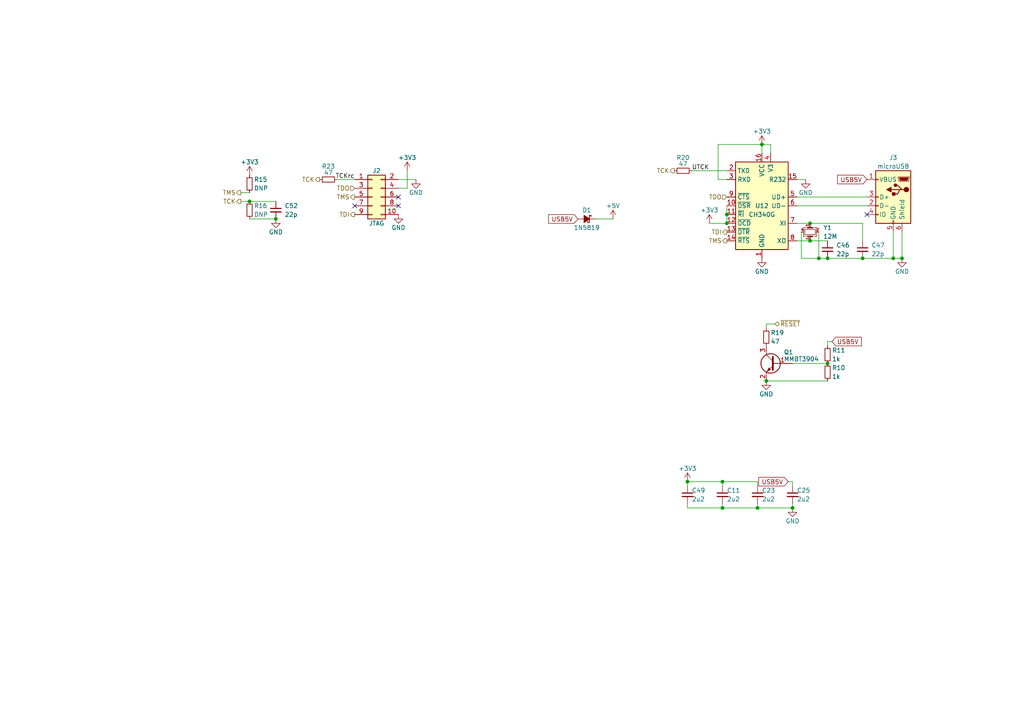
<source format=kicad_sch>
(kicad_sch (version 20231120) (generator "eeschema") (generator_version "8.0")
  (paper "A4")
  (title_block (title "WarpSE (GW4410A)") (date "2024-04-23") (rev "1.0") (company "Garrett's Workshop"))
  (lib_symbols
    (symbol "Connector:USB_B_Micro" (pin_names (offset 1.016))
      (property "Reference" "J" (at -5.08 11.43 0))
      (property "Value" "USB_B_Micro" (at -5.08 8.89 0))
      (symbol "USB_B_Micro_0_1"
        (rectangle (start -5.08 -7.62) (end 5.08 7.62) (stroke (width 0.254)) (fill (type background)))
        (circle (center -3.81 2.159) (radius 0.635) (stroke (width 0.254)) (fill (type outline)))
        (circle (center -0.635 3.429) (radius 0.381) (stroke (width 0.254)) (fill (type outline)))
        (rectangle (start -0.127 -7.62) (end 0.127 -6.858))
        (polyline (pts (xy -1.905 2.159) (xy 0.635 2.159)) (stroke (width 0.254)))
        (polyline (pts (xy -3.175 2.159) (xy -2.54 2.159) (xy -1.27 3.429) (xy -0.635 3.429)) (stroke (width 0.254)))
        (polyline (pts (xy -2.54 2.159) (xy -1.905 2.159) (xy -1.27 0.889) (xy 0 0.889)) (stroke (width 0.254)))
        (polyline (pts (xy 0.635 2.794) (xy 0.635 1.524) (xy 1.905 2.159) (xy 0.635 2.794)) (stroke (width 0.254)) (fill (type outline)))
        (polyline (pts (xy -4.318 5.588) (xy -1.778 5.588) (xy -2.032 4.826) (xy -4.064 4.826) (xy -4.318 5.588)) (fill (type outline)))
        (polyline (pts (xy -4.699 5.842) (xy -4.699 5.588) (xy -4.445 4.826) (xy -4.445 4.572) (xy -1.651 4.572) (xy -1.651 4.826) (xy -1.397 5.588) (xy -1.397 5.842) (xy -4.699 5.842)))
        (rectangle (start 0.254 1.27) (end -0.508 0.508) (stroke (width 0.254)) (fill (type outline)))
        (rectangle (start 5.08 -5.207) (end 4.318 -4.953))
        (rectangle (start 5.08 -2.667) (end 4.318 -2.413))
        (rectangle (start 5.08 -0.127) (end 4.318 0.127))
        (rectangle (start 5.08 4.953) (end 4.318 5.207))
      )
      (symbol "USB_B_Micro_1_1"
        (pin power_out line (at 7.62 5.08 180) (length 2.54) (name "VBUS") (number "1"))
        (pin bidirectional line (at 7.62 -2.54 180) (length 2.54) (name "D-") (number "2"))
        (pin bidirectional line (at 7.62 0 180) (length 2.54) (name "D+") (number "3"))
        (pin passive line (at 7.62 -5.08 180) (length 2.54) (name "ID") (number "4"))
        (pin power_out line (at 0 -10.16 90) (length 2.54) (name "GND") (number "5"))
        (pin passive line (at -2.54 -10.16 90) (length 2.54) (name "Shield") (number "6"))
      )
    )
    (symbol "Connector_Generic:Conn_02x05_Odd_Even" (pin_names (offset 1.016) hide)
      (property "Reference" "J" (at 1.27 7.62 0))
      (property "Value" "Conn_02x05_Odd_Even" (at 1.27 -7.62 0))
      (symbol "Conn_02x05_Odd_Even_1_1"
        (rectangle (start -1.27 -4.953) (end 0 -5.207) (stroke (width 0.1524)))
        (rectangle (start -1.27 -2.413) (end 0 -2.667) (stroke (width 0.1524)))
        (rectangle (start -1.27 0.127) (end 0 -0.127) (stroke (width 0.1524)))
        (rectangle (start -1.27 2.667) (end 0 2.413) (stroke (width 0.1524)))
        (rectangle (start -1.27 5.207) (end 0 4.953) (stroke (width 0.1524)))
        (rectangle (start -1.27 6.35) (end 3.81 -6.35) (stroke (width 0.254)) (fill (type background)))
        (rectangle (start 3.81 -4.953) (end 2.54 -5.207) (stroke (width 0.1524)))
        (rectangle (start 3.81 -2.413) (end 2.54 -2.667) (stroke (width 0.1524)))
        (rectangle (start 3.81 0.127) (end 2.54 -0.127) (stroke (width 0.1524)))
        (rectangle (start 3.81 2.667) (end 2.54 2.413) (stroke (width 0.1524)))
        (rectangle (start 3.81 5.207) (end 2.54 4.953) (stroke (width 0.1524)))
        (pin passive line (at -5.08 5.08 0) (length 3.81) (name "Pin_1") (number "1"))
        (pin passive line (at 7.62 -5.08 180) (length 3.81) (name "Pin_10") (number "10"))
        (pin passive line (at 7.62 5.08 180) (length 3.81) (name "Pin_2") (number "2"))
        (pin passive line (at -5.08 2.54 0) (length 3.81) (name "Pin_3") (number "3"))
        (pin passive line (at 7.62 2.54 180) (length 3.81) (name "Pin_4") (number "4"))
        (pin passive line (at -5.08 0 0) (length 3.81) (name "Pin_5") (number "5"))
        (pin passive line (at 7.62 0 180) (length 3.81) (name "Pin_6") (number "6"))
        (pin passive line (at -5.08 -2.54 0) (length 3.81) (name "Pin_7") (number "7"))
        (pin passive line (at 7.62 -2.54 180) (length 3.81) (name "Pin_8") (number "8"))
        (pin passive line (at -5.08 -5.08 0) (length 3.81) (name "Pin_9") (number "9"))
      )
    )
    (symbol "Device:C_Small" (pin_numbers hide) (pin_names (offset 0.254) hide)
      (property "Reference" "C" (at 0.254 1.778 0))
      (property "Value" "C_Small" (at 0.254 -2.032 0))
      (symbol "C_Small_0_1"
        (polyline (pts (xy -1.524 -0.508) (xy 1.524 -0.508)) (stroke (width 0.3302)))
        (polyline (pts (xy -1.524 0.508) (xy 1.524 0.508)) (stroke (width 0.3048)))
      )
      (symbol "C_Small_1_1"
        (pin passive line (at 0 2.54 270) (length 2.032) (name "~") (number "1"))
        (pin passive line (at 0 -2.54 90) (length 2.032) (name "~") (number "2"))
      )
    )
    (symbol "Device:Crystal_GND24_Small" (pin_names (offset 1.016) hide)
      (property "Reference" "Y" (at 1.27 4.445 0))
      (property "Value" "Crystal_GND24_Small" (at 1.27 2.54 0))
      (symbol "Crystal_GND24_Small_0_1"
        (rectangle (start -0.762 -1.524) (end 0.762 1.524))
        (polyline (pts (xy -1.27 -0.762) (xy -1.27 0.762)) (stroke (width 0.381)))
        (polyline (pts (xy 1.27 -0.762) (xy 1.27 0.762)) (stroke (width 0.381)))
        (polyline (pts (xy -1.27 -1.27) (xy -1.27 -1.905) (xy 1.27 -1.905) (xy 1.27 -1.27)))
        (polyline (pts (xy -1.27 1.27) (xy -1.27 1.905) (xy 1.27 1.905) (xy 1.27 1.27)))
      )
      (symbol "Crystal_GND24_Small_1_1"
        (pin passive line (at -2.54 0 0) (length 1.27) (name "1") (number "1"))
        (pin passive line (at 0 -2.54 90) (length 0.635) (name "2") (number "2"))
        (pin passive line (at 2.54 0 180) (length 1.27) (name "3") (number "3"))
        (pin passive line (at 0 2.54 270) (length 0.635) (name "4") (number "4"))
      )
    )
    (symbol "Device:D_Schottky_Small_Filled" (pin_numbers hide) (pin_names (offset 0.254) hide)
      (property "Reference" "D" (at -1.27 2.032 0))
      (property "Value" "D_Schottky_Small_Filled" (at -7.112 -2.032 0))
      (symbol "D_Schottky_Small_Filled_0_1"
        (polyline (pts (xy -0.762 0) (xy 0.762 0)))
        (polyline (pts (xy 0.762 -1.016) (xy -0.762 0) (xy 0.762 1.016) (xy 0.762 -1.016)) (stroke (width 0.254)) (fill (type outline)))
        (polyline (pts (xy -1.27 0.762) (xy -1.27 1.016) (xy -0.762 1.016) (xy -0.762 -1.016) (xy -0.254 -1.016) (xy -0.254 -0.762)) (stroke (width 0.254)))
      )
      (symbol "D_Schottky_Small_Filled_1_1"
        (pin passive line (at -2.54 0 0) (length 1.778) (name "K") (number "1"))
        (pin passive line (at 2.54 0 180) (length 1.778) (name "A") (number "2"))
      )
    )
    (symbol "Device:R_Small" (pin_numbers hide) (pin_names (offset 0.254) hide)
      (property "Reference" "R" (at 0.762 0.508 0))
      (property "Value" "R_Small" (at 0.762 -1.016 0))
      (symbol "R_Small_0_1"
        (rectangle (start -0.762 1.778) (end 0.762 -1.778) (stroke (width 0.2032)))
      )
      (symbol "R_Small_1_1"
        (pin passive line (at 0 2.54 270) (length 0.762) (name "~") (number "1"))
        (pin passive line (at 0 -2.54 90) (length 0.762) (name "~") (number "2"))
      )
    )
    (symbol "Interface_USB:CH340G"
      (property "Reference" "U" (at -5.08 13.97 0))
      (property "Value" "CH340G" (at 1.27 13.97 0))
      (symbol "CH340G_0_1"
        (rectangle (start -7.62 12.7) (end 7.62 -12.7) (stroke (width 0.254)) (fill (type background)))
      )
      (symbol "CH340G_1_1"
        (pin power_in line (at 0 -15.24 90) (length 2.54) (name "GND") (number "1"))
        (pin input line (at 10.16 0 180) (length 2.54) (name "~{DSR}") (number "10"))
        (pin input line (at 10.16 -2.54 180) (length 2.54) (name "~{RI}") (number "11"))
        (pin input line (at 10.16 -5.08 180) (length 2.54) (name "~{DCD}") (number "12"))
        (pin output line (at 10.16 -7.62 180) (length 2.54) (name "~{DTR}") (number "13"))
        (pin output line (at 10.16 -10.16 180) (length 2.54) (name "~{RTS}") (number "14"))
        (pin input line (at -10.16 7.62 0) (length 2.54) (name "R232") (number "15"))
        (pin power_in line (at 0 15.24 270) (length 2.54) (name "VCC") (number "16"))
        (pin output line (at 10.16 10.16 180) (length 2.54) (name "TXD") (number "2"))
        (pin input line (at 10.16 7.62 180) (length 2.54) (name "RXD") (number "3"))
        (pin passive line (at -2.54 15.24 270) (length 2.54) (name "V3") (number "4"))
        (pin bidirectional line (at -10.16 2.54 0) (length 2.54) (name "UD+") (number "5"))
        (pin bidirectional line (at -10.16 0 0) (length 2.54) (name "UD-") (number "6"))
        (pin input line (at -10.16 -5.08 0) (length 2.54) (name "XI") (number "7"))
        (pin output line (at -10.16 -10.16 0) (length 2.54) (name "XO") (number "8"))
        (pin input line (at 10.16 2.54 180) (length 2.54) (name "~{CTS}") (number "9"))
      )
    )
    (symbol "Transistor_BJT:MMBT3904" (pin_names (offset 0) hide)
      (property "Reference" "Q" (at 5.08 1.905 0))
      (property "Value" "MMBT3904" (at 5.08 0 0))
      (symbol "MMBT3904_0_1"
        (polyline (pts (xy 0.635 0.635) (xy 2.54 2.54)))
        (polyline (pts (xy 0.635 -0.635) (xy 2.54 -2.54) (xy 2.54 -2.54)))
        (polyline (pts (xy 0.635 1.905) (xy 0.635 -1.905) (xy 0.635 -1.905)) (stroke (width 0.508)))
        (polyline (pts (xy 1.27 -1.778) (xy 1.778 -1.27) (xy 2.286 -2.286) (xy 1.27 -1.778) (xy 1.27 -1.778)) (fill (type outline)))
        (circle (center 1.27 0) (radius 2.8194) (stroke (width 0.254)))
      )
      (symbol "MMBT3904_1_1"
        (pin input line (at -5.08 0 0) (length 5.715) (name "B") (number "1"))
        (pin passive line (at 2.54 -5.08 90) (length 2.54) (name "E") (number "2"))
        (pin passive line (at 2.54 5.08 270) (length 2.54) (name "C") (number "3"))
      )
    )
    (symbol "power:+3V3" (power) (pin_names (offset 0))
      (property "Value" "+3V3" (at 0 3.556 0))
      (symbol "+3V3_0_1"
        (polyline (pts (xy -0.762 1.27) (xy 0 2.54)))
        (polyline (pts (xy 0 0) (xy 0 2.54)))
        (polyline (pts (xy 0 2.54) (xy 0.762 1.27)))
      )
      (symbol "+3V3_1_1"
        (pin power_in line (at 0 0 90) (length 0) hide (name "+3V3") (number "1"))
      )
    )
    (symbol "power:+5V" (power) (pin_numbers hide) (pin_names (offset 0) hide)
      (property "Value" "+5V" (at 0 3.556 0))
      (symbol "+5V_0_1"
        (polyline (pts (xy -0.762 1.27) (xy 0 2.54)))
        (polyline (pts (xy 0 0) (xy 0 2.54)))
        (polyline (pts (xy 0 2.54) (xy 0.762 1.27)))
      )
      (symbol "+5V_1_1"
        (pin power_in line (at 0 0 90) (length 0) (name "~") (number "1"))
      )
    )
    (symbol "power:GND" (power) (pin_names (offset 0))
      (property "Value" "GND" (at 0 -3.81 0))
      (symbol "GND_0_1"
        (polyline (pts (xy 0 0) (xy 0 -1.27) (xy 1.27 -1.27) (xy 0 -2.54) (xy -1.27 -1.27) (xy 0 -1.27)))
      )
      (symbol "GND_1_1"
        (pin power_in line (at 0 0 270) (length 0) hide (name "GND") (number "1"))
      )
    )
  )
  (junction (at 261.62 74.93))
  (junction (at 210.82 62.23))
  (junction (at 209.55 139.7))
  (junction (at 220.98 41.91))
  (junction (at 250.19 74.93))
  (junction (at 237.49 74.93))
  (junction (at 234.95 69.85))
  (junction (at 240.03 74.93))
  (junction (at 72.39 58.42))
  (junction (at 222.25 110.49))
  (junction (at 219.71 147.32))
  (junction (at 210.82 64.77))
  (junction (at 240.03 105.41))
  (junction (at 229.87 147.32))
  (junction (at 80.01 63.5))
  (junction (at 209.55 147.32))
  (junction (at 259.08 74.93))
  (junction (at 234.95 64.77))
  (junction (at 199.39 139.7))
  (no_connect (at 115.57 59.69))
  (no_connect (at 251.46 62.23))
  (no_connect (at 102.87 59.69))
  (no_connect (at 115.57 57.15))
  (wire (pts (xy 231.14 64.77) (xy 234.95 64.77)))
  (wire (pts (xy 240.03 69.85) (xy 234.95 69.85)))
  (wire (pts (xy 250.19 64.77) (xy 250.19 69.85)))
  (wire (pts (xy 115.57 52.07) (xy 120.65 52.07)))
  (wire (pts (xy 223.52 41.91) (xy 223.52 44.45)))
  (wire (pts (xy 208.28 41.91) (xy 220.98 41.91)))
  (wire (pts (xy 231.14 69.85) (xy 234.95 69.85)))
  (wire (pts (xy 240.03 74.93) (xy 250.19 74.93)))
  (wire (pts (xy 209.55 139.7) (xy 219.71 139.7)))
  (wire (pts (xy 115.57 54.61) (xy 118.11 54.61)))
  (wire (pts (xy 72.39 55.88) (xy 69.85 55.88)))
  (wire (pts (xy 229.87 139.7) (xy 229.87 140.97)))
  (wire (pts (xy 72.39 58.42) (xy 80.01 58.42)))
  (wire (pts (xy 259.08 74.93) (xy 261.62 74.93)))
  (wire (pts (xy 118.11 54.61) (xy 118.11 49.53)))
  (wire (pts (xy 237.49 74.93) (xy 232.41 74.93)))
  (wire (pts (xy 219.71 139.7) (xy 219.71 140.97)))
  (wire (pts (xy 237.49 67.31) (xy 237.49 74.93)))
  (wire (pts (xy 222.25 93.98) (xy 222.25 95.25)))
  (wire (pts (xy 72.39 63.5) (xy 80.01 63.5)))
  (wire (pts (xy 199.39 139.7) (xy 199.39 140.97)))
  (wire (pts (xy 229.87 147.32) (xy 229.87 146.05)))
  (wire (pts (xy 261.62 67.31) (xy 261.62 74.93)))
  (wire (pts (xy 210.82 62.23) (xy 210.82 59.69)))
  (wire (pts (xy 209.55 139.7) (xy 209.55 140.97)))
  (wire (pts (xy 220.98 41.91) (xy 223.52 41.91)))
  (wire (pts (xy 241.3 99.06) (xy 240.03 99.06)))
  (wire (pts (xy 234.95 64.77) (xy 250.19 64.77)))
  (wire (pts (xy 69.85 58.42) (xy 72.39 58.42)))
  (wire (pts (xy 240.03 105.41) (xy 229.87 105.41)))
  (wire (pts (xy 219.71 147.32) (xy 219.71 146.05)))
  (wire (pts (xy 259.08 67.31) (xy 259.08 74.93)))
  (wire (pts (xy 233.68 52.07) (xy 231.14 52.07)))
  (wire (pts (xy 250.19 74.93) (xy 259.08 74.93)))
  (wire (pts (xy 209.55 147.32) (xy 199.39 147.32)))
  (wire (pts (xy 199.39 139.7) (xy 209.55 139.7)))
  (wire (pts (xy 205.74 64.77) (xy 210.82 64.77)))
  (wire (pts (xy 219.71 147.32) (xy 209.55 147.32)))
  (wire (pts (xy 222.25 110.49) (xy 240.03 110.49)))
  (wire (pts (xy 237.49 74.93) (xy 240.03 74.93)))
  (wire (pts (xy 209.55 147.32) (xy 209.55 146.05)))
  (wire (pts (xy 240.03 99.06) (xy 240.03 100.33)))
  (wire (pts (xy 229.87 139.7) (xy 228.6 139.7)))
  (wire (pts (xy 199.39 147.32) (xy 199.39 146.05)))
  (wire (pts (xy 210.82 62.23) (xy 210.82 64.77)))
  (wire (pts (xy 219.71 147.32) (xy 229.87 147.32)))
  (wire (pts (xy 232.41 74.93) (xy 232.41 67.31)))
  (wire (pts (xy 251.46 57.15) (xy 231.14 57.15)))
  (wire (pts (xy 208.28 41.91) (xy 208.28 52.07)))
  (wire (pts (xy 224.79 93.98) (xy 222.25 93.98)))
  (wire (pts (xy 208.28 52.07) (xy 210.82 52.07)))
  (wire (pts (xy 231.14 59.69) (xy 251.46 59.69)))
  (wire (pts (xy 220.98 41.91) (xy 220.98 44.45)))
  (wire (pts (xy 172.72 63.5) (xy 177.8 63.5)))
  (wire (pts (xy 97.79 52.07) (xy 102.87 52.07)))
  (wire (pts (xy 210.82 49.53) (xy 200.66 49.53)))
  (label "UTCK" (at 200.66 49.53 0))
  (label "TCKrc" (at 102.87 52.07 180))
  (global_label "USB5V" (shape input) (at 251.46 52.07 180) (property "Intersheetrefs" "${INTERSHEET_REFS}" (effects (hide yes))))
  (global_label "USB5V" (shape input) (at 167.64 63.5 180) (property "Intersheetrefs" "${INTERSHEET_REFS}" (effects (hide yes))))
  (global_label "USB5V" (shape input) (at 228.6 139.7 180) (property "Intersheetrefs" "${INTERSHEET_REFS}" (effects (hide yes))))
  (global_label "USB5V" (shape input) (at 241.3 99.06 0) (property "Intersheetrefs" "${INTERSHEET_REFS}" (effects (hide yes))))
  (hierarchical_label "TCK" (shape output) (at 92.71 52.07 180))
  (hierarchical_label "TCK" (shape output) (at 69.85 58.42 180))
  (hierarchical_label "TMS" (shape output) (at 69.85 55.88 180))
  (hierarchical_label "~{RESET}" (shape tri_state) (at 224.79 93.98 0))
  (hierarchical_label "TMS" (shape output) (at 210.82 69.85 180))
  (hierarchical_label "TDI" (shape output) (at 102.87 62.23 180))
  (hierarchical_label "TMS" (shape output) (at 102.87 57.15 180))
  (hierarchical_label "TDO" (shape input) (at 210.82 57.15 180))
  (hierarchical_label "TCK" (shape output) (at 195.58 49.53 180))
  (hierarchical_label "TDO" (shape input) (at 102.87 54.61 180))
  (hierarchical_label "TDI" (shape output) (at 210.82 67.31 180))
  (symbol (lib_id "Connector_Generic:Conn_02x05_Odd_Even") (at 107.95 57.15 0) (unit 1)
    (property "Reference" "J2" (at 109.22 49.53 0))
    (property "Value" "JTAG" (at 109.22 64.77 0))
    (property "Footprint" "stdpads:Tag-Connect_TC2050-IDC-FP_2x05_P1.27mm_Vertical" (effects (hide yes)))
  )
  (symbol (lib_id "power:+3V3") (at 118.11 49.53 0) (unit 1)
    (property "Reference" "#PWR0128" (effects (hide yes)))
    (property "Value" "+3V3" (at 118.11 45.72 0))
  )
  (symbol (lib_id "Interface_USB:CH340G") (at 220.98 59.69 0) (mirror y) (unit 1)
    (property "Reference" "U12" (at 220.98 59.69 0))
    (property "Value" "CH340G" (at 220.98 62.23 0))
    (property "Footprint" "stdpads:SOIC-16_3.9mm" (effects (hide yes)))
    (property "LCSC Part" "C14267" (effects (hide yes)))
  )
  (symbol (lib_id "power:GND") (at 233.68 52.07 0) (mirror y) (unit 1)
    (property "Reference" "#PWR0164" (effects (hide yes)))
    (property "Value" "GND" (at 233.68 55.88 0))
  )
  (symbol (lib_id "Device:C_Small") (at 209.55 143.51 0) (unit 1)
    (property "Reference" "C11" (at 210.82 142.24 0) (effects (justify left)))
    (property "Value" "2u2" (at 210.82 144.78 0) (effects (justify left)))
    (property "Footprint" "stdpads:C_0603" (effects (hide yes)))
    (property "LCSC Part" "C23630" (effects (hide yes)))
  )
  (symbol (lib_id "Device:C_Small") (at 219.71 143.51 0) (unit 1)
    (property "Reference" "C23" (at 220.98 142.24 0) (effects (justify left)))
    (property "Value" "2u2" (at 220.98 144.78 0) (effects (justify left)))
    (property "Footprint" "stdpads:C_0603" (effects (hide yes)))
    (property "LCSC Part" "C23630" (effects (hide yes)))
  )
  (symbol (lib_id "Device:C_Small") (at 229.87 143.51 0) (unit 1)
    (property "Reference" "C25" (at 231.14 142.24 0) (effects (justify left)))
    (property "Value" "2u2" (at 231.14 144.78 0) (effects (justify left)))
    (property "Footprint" "stdpads:C_0603" (effects (hide yes)))
    (property "LCSC Part" "C23630" (effects (hide yes)))
  )
  (symbol (lib_id "power:GND") (at 261.62 74.93 0) (mirror y) (unit 1)
    (property "Reference" "#PWR0165" (effects (hide yes)))
    (property "Value" "GND" (at 261.62 78.74 0))
  )
  (symbol (lib_id "power:GND") (at 115.57 62.23 0) (unit 1)
    (property "Reference" "#PWR0127" (effects (hide yes)))
    (property "Value" "GND" (at 115.57 66.04 0))
  )
  (symbol (lib_id "Device:C_Small") (at 240.03 72.39 0) (unit 1)
    (property "Reference" "C46" (at 242.57 71.12 0) (effects (justify left)))
    (property "Value" "22p" (at 242.57 73.66 0) (effects (justify left)))
    (property "Footprint" "stdpads:C_0603" (effects (hide yes)))
    (property "LCSC Part" "C1653" (effects (hide yes)))
  )
  (symbol (lib_id "Device:C_Small") (at 250.19 72.39 0) (unit 1)
    (property "Reference" "C47" (at 252.73 71.12 0) (effects (justify left)))
    (property "Value" "22p" (at 252.73 73.66 0) (effects (justify left)))
    (property "Footprint" "stdpads:C_0603" (effects (hide yes)))
    (property "LCSC Part" "C1653" (effects (hide yes)))
  )
  (symbol (lib_id "Connector:USB_B_Micro") (at 259.08 57.15 0) (mirror y) (unit 1)
    (property "Reference" "J3" (at 259.08 45.72 0))
    (property "Value" "microUSB" (at 259.08 48.26 0))
    (property "Footprint" "stdpads:USB_Micro-B_Amphenol_10118192-0001" (effects (hide yes)))
    (property "LCSC Part" "C132564" (effects (hide yes)))
  )
  (symbol (lib_id "power:GND") (at 120.65 52.07 0) (unit 1)
    (property "Reference" "#PWR0204" (effects (hide yes)))
    (property "Value" "GND" (at 120.65 55.88 0))
  )
  (symbol (lib_id "power:GND") (at 229.87 147.32 0) (mirror y) (unit 1)
    (property "Reference" "#PWR0199" (effects (hide yes)))
    (property "Value" "GND" (at 229.87 151.13 0))
  )
  (symbol (lib_id "power:GND") (at 220.98 74.93 0) (mirror y) (unit 1)
    (property "Reference" "#PWR0162" (effects (hide yes)))
    (property "Value" "GND" (at 220.98 78.74 0))
  )
  (symbol (lib_id "Device:R_Small") (at 72.39 60.96 0) (mirror y) (unit 1)
    (property "Reference" "R16" (at 73.66 59.69 0) (effects (justify right)))
    (property "Value" "DNP" (at 73.66 62.23 0) (effects (justify right)))
    (property "Footprint" "stdpads:R_0603" (effects (hide yes)))
  )
  (symbol (lib_id "Device:R_Small") (at 72.39 53.34 0) (mirror y) (unit 1)
    (property "Reference" "R15" (at 73.66 52.07 0) (effects (justify right)))
    (property "Value" "DNP" (at 73.66 54.61 0) (effects (justify right)))
    (property "Footprint" "stdpads:R_0603" (effects (hide yes)))
  )
  (symbol (lib_id "power:+3V3") (at 72.39 50.8 0) (unit 1)
    (property "Reference" "#PWR0205" (effects (hide yes)))
    (property "Value" "+3V3" (at 72.39 46.99 0))
  )
  (symbol (lib_id "power:GND") (at 80.01 63.5 0) (unit 1)
    (property "Reference" "#PWR0206" (effects (hide yes)))
    (property "Value" "GND" (at 80.01 67.31 0))
  )
  (symbol (lib_id "Device:R_Small") (at 240.03 102.87 180) (unit 1)
    (property "Reference" "R11" (at 241.3 101.6 0) (effects (justify right)))
    (property "Value" "1k" (at 241.3 104.14 0) (effects (justify right)))
    (property "Footprint" "stdpads:R_0603" (effects (hide yes)))
    (property "LCSC Part" "C21190" (effects (hide yes)))
  )
  (symbol (lib_id "power:+3V3") (at 205.74 64.77 0) (unit 1)
    (property "Reference" "#PWR022" (effects (hide yes)))
    (property "Value" "+3V3" (at 205.74 60.96 0))
  )
  (symbol (lib_id "Device:D_Schottky_Small_Filled") (at 170.18 63.5 0) (mirror y) (unit 1)
    (property "Reference" "D1" (at 170.18 60.96 0))
    (property "Value" "1N5819" (at 170.18 66.04 0))
    (property "Description" "Schottky diode, small symbol, filled shape" (effects (hide yes)))
  )
  (symbol (lib_id "Device:Crystal_GND24_Small") (at 234.95 67.31 90) (unit 1)
    (property "Reference" "Y1" (at 238.76 66.04 90) (effects (justify right)))
    (property "Value" "12M" (at 238.76 68.58 90) (effects (justify right)))
    (property "Footprint" "stdpads:Crystal_SMD_3225-4Pin_3.2x2.5mm" (effects (hide yes)))
    (property "LCSC Part" "C9002" (effects (hide yes)))
  )
  (symbol (lib_id "power:+3V3") (at 199.39 139.7 0) (unit 1)
    (property "Reference" "#PWR023" (effects (hide yes)))
    (property "Value" "+3V3" (at 199.39 135.89 0))
  )
  (symbol (lib_id "Transistor_BJT:MMBT3904") (at 224.79 105.41 0) (mirror y) (unit 1)
    (property "Reference" "Q1" (at 227.33 102.87 0) (effects (justify right bottom)))
    (property "Value" "MMBT3904" (at 227.33 104.14 0) (effects (justify right)))
    (property "Footprint" "stdpads:SOT-23" (effects (hide yes)))
    (property "LCSC Part" "C20526" (effects (hide yes)))
  )
  (symbol (lib_id "Device:R_Small") (at 198.12 49.53 270) (unit 1)
    (property "Reference" "R20" (at 198.12 45.72 90))
    (property "Value" "47" (at 198.12 48.26 90) (effects (justify bottom)))
    (property "Footprint" "stdpads:R_0603" (effects (hide yes)))
    (property "LCSC Part" "C23182" (effects (hide yes)))
  )
  (symbol (lib_id "Device:R_Small") (at 222.25 97.79 0) (mirror y) (unit 1)
    (property "Reference" "R19" (at 223.52 96.52 0) (effects (justify right)))
    (property "Value" "47" (at 223.52 99.06 0) (effects (justify right)))
    (property "Footprint" "stdpads:R_0603" (effects (hide yes)))
    (property "LCSC Part" "C23182" (effects (hide yes)))
  )
  (symbol (lib_id "Device:C_Small") (at 199.39 143.51 0) (unit 1)
    (property "Reference" "C49" (at 200.66 142.24 0) (effects (justify left)))
    (property "Value" "2u2" (at 200.66 144.78 0) (effects (justify left)))
    (property "Footprint" "stdpads:C_0603" (effects (hide yes)))
    (property "LCSC Part" "C23630" (effects (hide yes)))
  )
  (symbol (lib_id "Device:R_Small") (at 95.25 52.07 270) (unit 1)
    (property "Reference" "R23" (at 95.25 48.26 90))
    (property "Value" "47" (at 95.25 50.8 90) (effects (justify bottom)))
    (property "Footprint" "stdpads:R_0603" (effects (hide yes)))
    (property "LCSC Part" "C23182" (effects (hide yes)))
  )
  (symbol (lib_id "power:GND") (at 222.25 110.49 0) (unit 1)
    (property "Reference" "#PWR020" (effects (hide yes)))
    (property "Value" "GND" (at 222.25 114.3 0))
  )
  (symbol (lib_id "Device:R_Small") (at 240.03 107.95 180) (unit 1)
    (property "Reference" "R10" (at 241.3 106.68 0) (effects (justify right)))
    (property "Value" "1k" (at 241.3 109.22 0) (effects (justify right)))
    (property "Footprint" "stdpads:R_0603" (effects (hide yes)))
    (property "LCSC Part" "C21190" (effects (hide yes)))
  )
  (symbol (lib_id "power:+3V3") (at 220.98 41.91 0) (unit 1)
    (property "Reference" "#PWR021" (effects (hide yes)))
    (property "Value" "+3V3" (at 220.98 38.1 0))
  )
  (symbol (lib_id "power:+5V") (at 177.8 63.5 0) (unit 1)
    (property "Reference" "#PWR031" (effects (hide yes)))
    (property "Value" "+5V" (at 177.8 59.69 0))
    (property "Description" "Power symbol creates a global label with name \"+5V\"" (effects (hide yes)))
  )
  (symbol (lib_id "Device:C_Small") (at 80.01 60.96 0) (unit 1)
    (property "Reference" "C52" (at 82.55 59.69 0) (effects (justify left)))
    (property "Value" "22p" (at 82.55 62.23 0) (effects (justify left)))
    (property "Footprint" "stdpads:C_0603" (effects (hide yes)))
    (property "LCSC Part" "C1653" (effects (hide yes)))
  )
)
</source>
